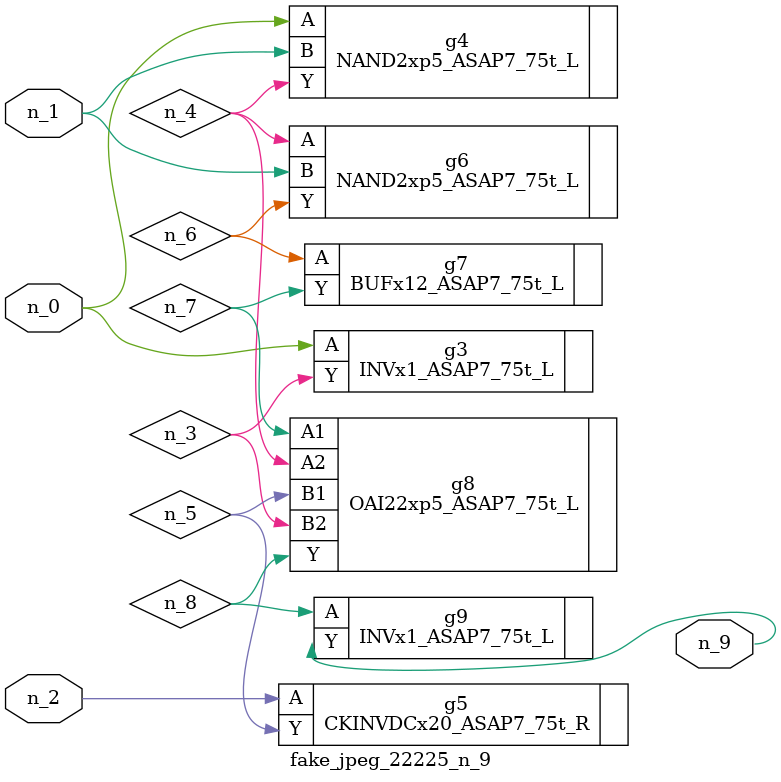
<source format=v>
module fake_jpeg_22225_n_9 (n_0, n_2, n_1, n_9);

input n_0;
input n_2;
input n_1;

output n_9;

wire n_3;
wire n_4;
wire n_8;
wire n_6;
wire n_5;
wire n_7;

INVx1_ASAP7_75t_L g3 ( 
.A(n_0),
.Y(n_3)
);

NAND2xp5_ASAP7_75t_L g4 ( 
.A(n_0),
.B(n_1),
.Y(n_4)
);

CKINVDCx20_ASAP7_75t_R g5 ( 
.A(n_2),
.Y(n_5)
);

NAND2xp5_ASAP7_75t_L g6 ( 
.A(n_4),
.B(n_1),
.Y(n_6)
);

BUFx12_ASAP7_75t_L g7 ( 
.A(n_6),
.Y(n_7)
);

OAI22xp5_ASAP7_75t_L g8 ( 
.A1(n_7),
.A2(n_4),
.B1(n_5),
.B2(n_3),
.Y(n_8)
);

INVx1_ASAP7_75t_L g9 ( 
.A(n_8),
.Y(n_9)
);


endmodule
</source>
